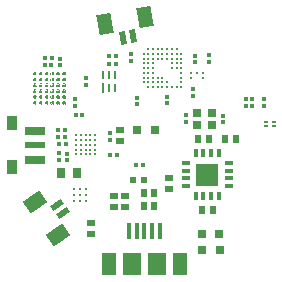
<source format=gtp>
G04 Layer_Color=8421504*
%FSLAX25Y25*%
%MOIN*%
G70*
G01*
G75*
G04:AMPARAMS|DCode=10|XSize=19.69mil|YSize=43.31mil|CornerRadius=0mil|HoleSize=0mil|Usage=FLASHONLY|Rotation=125.000|XOffset=0mil|YOffset=0mil|HoleType=Round|Shape=Rectangle|*
%AMROTATEDRECTD10*
4,1,4,0.02338,0.00436,-0.01209,-0.02048,-0.02338,-0.00436,0.01209,0.02048,0.02338,0.00436,0.0*
%
%ADD10ROTATEDRECTD10*%

G04:AMPARAMS|DCode=11|XSize=47.24mil|YSize=66.93mil|CornerRadius=0mil|HoleSize=0mil|Usage=FLASHONLY|Rotation=125.000|XOffset=0mil|YOffset=0mil|HoleType=Round|Shape=Rectangle|*
%AMROTATEDRECTD11*
4,1,4,0.04096,-0.00016,-0.01386,-0.03855,-0.04096,0.00016,0.01386,0.03855,0.04096,-0.00016,0.0*
%
%ADD11ROTATEDRECTD11*%

%ADD12R,0.01260X0.01260*%
%ADD13R,0.01260X0.01260*%
%ADD14R,0.02520X0.02362*%
%ADD15R,0.02362X0.02520*%
%ADD16R,0.01181X0.01378*%
%ADD17R,0.01378X0.01181*%
%ADD18R,0.03150X0.03150*%
%ADD22C,0.00866*%
G04:AMPARAMS|DCode=23|XSize=9mil|YSize=9mil|CornerRadius=4.5mil|HoleSize=0mil|Usage=FLASHONLY|Rotation=0.000|XOffset=0mil|YOffset=0mil|HoleType=Round|Shape=RoundedRectangle|*
%AMROUNDEDRECTD23*
21,1,0.00900,0.00000,0,0,0.0*
21,1,0.00000,0.00900,0,0,0.0*
1,1,0.00900,0.00000,0.00000*
1,1,0.00900,0.00000,0.00000*
1,1,0.00900,0.00000,0.00000*
1,1,0.00900,0.00000,0.00000*
%
%ADD23ROUNDEDRECTD23*%
%ADD24C,0.01083*%
G04:AMPARAMS|DCode=26|XSize=19.69mil|YSize=43.31mil|CornerRadius=0mil|HoleSize=0mil|Usage=FLASHONLY|Rotation=10.000|XOffset=0mil|YOffset=0mil|HoleType=Round|Shape=Rectangle|*
%AMROTATEDRECTD26*
4,1,4,-0.00593,-0.02303,-0.01345,0.01962,0.00593,0.02303,0.01345,-0.01962,-0.00593,-0.02303,0.0*
%
%ADD26ROTATEDRECTD26*%

G04:AMPARAMS|DCode=27|XSize=47.24mil|YSize=66.93mil|CornerRadius=0mil|HoleSize=0mil|Usage=FLASHONLY|Rotation=10.000|XOffset=0mil|YOffset=0mil|HoleType=Round|Shape=Rectangle|*
%AMROTATEDRECTD27*
4,1,4,-0.01745,-0.03706,-0.02907,0.02885,0.01745,0.03706,0.02907,-0.02885,-0.01745,-0.03706,0.0*
%
%ADD27ROTATEDRECTD27*%

%ADD28C,0.00709*%
%ADD29R,0.02795X0.03622*%
%ADD30R,0.02835X0.01181*%
%ADD31R,0.01181X0.02835*%
%ADD33R,0.02165X0.02362*%
%ADD34R,0.01102X0.02953*%
%ADD35R,0.01102X0.03347*%
%ADD36R,0.07087X0.02362*%
%ADD37R,0.07087X0.02953*%
%ADD38R,0.03543X0.05118*%
%ADD39R,0.04724X0.07480*%
%ADD40R,0.01575X0.05315*%
%ADD41R,0.06299X0.07480*%
%ADD42R,0.02953X0.02559*%
%ADD76C,0.00197*%
%ADD77R,0.01181X0.00984*%
%ADD78R,0.00591X0.00591*%
%ADD79R,0.00591X0.00197*%
%ADD80R,0.00197X0.00591*%
%ADD81R,0.00591X0.00591*%
%ADD82R,0.00197X0.00591*%
%ADD83R,0.00197X0.00591*%
%ADD84R,0.00591X0.00197*%
%ADD85R,0.00591X0.00591*%
%ADD86R,0.00591X0.00197*%
%ADD87R,0.00591X0.00591*%
%ADD88R,0.00591X0.00197*%
%ADD89R,0.00197X0.00591*%
%ADD90R,0.07480X0.07480*%
%ADD91C,0.00000*%
D10*
X-27197Y-22890D02*
D03*
X-29003Y-20310D02*
D03*
D11*
X-36454Y-19279D02*
D03*
X-28776Y-30244D02*
D03*
D12*
X26300Y9502D02*
D03*
Y7298D02*
D03*
X13700Y7498D02*
D03*
Y9702D02*
D03*
X-2600Y15502D02*
D03*
Y13298D02*
D03*
X16300Y16095D02*
D03*
Y18300D02*
D03*
X16800Y27198D02*
D03*
Y29402D02*
D03*
X21500Y27398D02*
D03*
Y29602D02*
D03*
X-28300Y26295D02*
D03*
Y28500D02*
D03*
X-25900Y-5384D02*
D03*
Y-3179D02*
D03*
X7600Y15802D02*
D03*
Y13598D02*
D03*
D13*
X36002Y15019D02*
D03*
X33798D02*
D03*
X36002Y12619D02*
D03*
X33798D02*
D03*
X-20698Y9600D02*
D03*
X-22902D02*
D03*
X-33202Y26300D02*
D03*
X-30998D02*
D03*
X-11702Y26700D02*
D03*
X-9498D02*
D03*
D14*
X-10200Y-17289D02*
D03*
Y-20911D02*
D03*
X-6500Y-17289D02*
D03*
Y-20911D02*
D03*
X-17800Y-26389D02*
D03*
Y-30011D02*
D03*
X-8200Y4711D02*
D03*
Y1089D02*
D03*
X8300Y-14911D02*
D03*
Y-11289D02*
D03*
D15*
X-311Y-16400D02*
D03*
X3311D02*
D03*
X30611Y1600D02*
D03*
X26989D02*
D03*
X17789Y1600D02*
D03*
X21411D02*
D03*
X-311Y-20600D02*
D03*
X3311D02*
D03*
X19289Y-22100D02*
D03*
X22911D02*
D03*
D16*
X-2700Y-6900D02*
D03*
X-338D02*
D03*
X-30900Y28700D02*
D03*
X-33262D02*
D03*
X-9419Y29300D02*
D03*
X-11781D02*
D03*
X-28481Y0D02*
D03*
X-26119D02*
D03*
X-9119Y-3500D02*
D03*
X-11481D02*
D03*
D17*
X-4500Y29981D02*
D03*
Y27619D02*
D03*
X-23100Y12619D02*
D03*
Y14981D02*
D03*
X-11600Y3781D02*
D03*
Y1419D02*
D03*
X-28800Y2319D02*
D03*
Y4681D02*
D03*
X-28400Y-5462D02*
D03*
Y-3100D02*
D03*
X-19500Y22181D02*
D03*
Y19819D02*
D03*
X-26400Y4681D02*
D03*
Y2319D02*
D03*
X39900Y12638D02*
D03*
Y15000D02*
D03*
D18*
X19047Y-30000D02*
D03*
X24953D02*
D03*
X-2353Y4600D02*
D03*
X3553D02*
D03*
X19147Y-35300D02*
D03*
X25053D02*
D03*
D22*
X15600Y22125D02*
D03*
X19537D02*
D03*
X15600Y23700D02*
D03*
X17569D02*
D03*
X19537D02*
D03*
D23*
X-22750Y1275D02*
D03*
Y2850D02*
D03*
X-21175D02*
D03*
Y1275D02*
D03*
X-19600D02*
D03*
X-22750Y-300D02*
D03*
X-19600D02*
D03*
X-22750Y-1875D02*
D03*
Y-3450D02*
D03*
X-21175Y-300D02*
D03*
Y-1875D02*
D03*
X-19600D02*
D03*
X-21175Y-3450D02*
D03*
X-19600D02*
D03*
X-18025Y2850D02*
D03*
X-19600D02*
D03*
X-18025Y-300D02*
D03*
Y1275D02*
D03*
X-16450Y2850D02*
D03*
Y-300D02*
D03*
Y1275D02*
D03*
X-18025Y-1875D02*
D03*
Y-3450D02*
D03*
X-16450Y-1875D02*
D03*
Y-3450D02*
D03*
D24*
X-21600Y-18868D02*
D03*
X-19631D02*
D03*
Y-16900D02*
D03*
X-21600D02*
D03*
X-19631Y-14931D02*
D03*
X-21600D02*
D03*
X-23568Y-18868D02*
D03*
Y-16900D02*
D03*
Y-14931D02*
D03*
D26*
X-7051Y35326D02*
D03*
X-3949Y35873D02*
D03*
D27*
X134Y42190D02*
D03*
X-13048Y39866D02*
D03*
D28*
X10724Y31599D02*
D03*
Y30024D02*
D03*
X9150Y31599D02*
D03*
X12299Y30024D02*
D03*
X10724Y28450D02*
D03*
X7575Y31599D02*
D03*
X9150Y30024D02*
D03*
X6000Y31599D02*
D03*
X7575Y30024D02*
D03*
X6000D02*
D03*
X12299Y28450D02*
D03*
Y26875D02*
D03*
X10724D02*
D03*
X12299Y25300D02*
D03*
X10724D02*
D03*
X7575Y28450D02*
D03*
X9150D02*
D03*
X6000D02*
D03*
X9150Y25300D02*
D03*
Y26875D02*
D03*
X4425Y30024D02*
D03*
Y31599D02*
D03*
X1276D02*
D03*
X2850D02*
D03*
X-299Y30024D02*
D03*
X2850D02*
D03*
X1276D02*
D03*
X2850Y28450D02*
D03*
X4425D02*
D03*
X2850Y26875D02*
D03*
X1276Y25300D02*
D03*
X-299Y28450D02*
D03*
X1276D02*
D03*
X-299Y26875D02*
D03*
X1276D02*
D03*
X-299Y25300D02*
D03*
X12299Y22150D02*
D03*
Y23725D02*
D03*
X6000Y22150D02*
D03*
X4425D02*
D03*
X12299Y20576D02*
D03*
X6000D02*
D03*
X12299Y19001D02*
D03*
X10724D02*
D03*
X7575D02*
D03*
X9150D02*
D03*
X7575Y20576D02*
D03*
X6000Y19001D02*
D03*
X4425D02*
D03*
X2850Y25300D02*
D03*
Y23725D02*
D03*
X1276Y22150D02*
D03*
X2850D02*
D03*
X-299Y23725D02*
D03*
X1276D02*
D03*
X2850Y20576D02*
D03*
X4425D02*
D03*
X-299Y22150D02*
D03*
X1276Y20576D02*
D03*
X-299D02*
D03*
X2850Y19001D02*
D03*
X1276D02*
D03*
D29*
X-22444Y-9800D02*
D03*
X-27956D02*
D03*
D30*
X13715Y-14039D02*
D03*
Y-11479D02*
D03*
Y-8920D02*
D03*
Y-6361D02*
D03*
X28085D02*
D03*
Y-8920D02*
D03*
Y-11479D02*
D03*
Y-14039D02*
D03*
D31*
X17061Y-3015D02*
D03*
X19621D02*
D03*
X22179D02*
D03*
X24739D02*
D03*
Y-17385D02*
D03*
X22179D02*
D03*
X19621D02*
D03*
X17061D02*
D03*
D33*
X-230Y-12100D02*
D03*
X-3970D02*
D03*
D34*
X-9732Y23164D02*
D03*
X-11700D02*
D03*
X-13669D02*
D03*
X-9732Y18636D02*
D03*
X-11700D02*
D03*
D35*
X-13669Y18833D02*
D03*
D36*
X-36457Y-400D02*
D03*
D37*
Y4423D02*
D03*
Y-5223D02*
D03*
D38*
X-44134Y6883D02*
D03*
Y-7683D02*
D03*
D39*
X11811Y-40000D02*
D03*
X-11811Y-40000D02*
D03*
D40*
X-5118Y-28974D02*
D03*
X-2559Y-28974D02*
D03*
X0D02*
D03*
X2559D02*
D03*
X5118D02*
D03*
D41*
X4134Y-40000D02*
D03*
X-4134D02*
D03*
D42*
X22596Y10409D02*
D03*
X17478D02*
D03*
X22596Y6472D02*
D03*
X17478D02*
D03*
D76*
X-26876Y23717D02*
G03*
X-26876Y23717I-98J0D01*
G01*
X-26285Y23126D02*
G03*
X-26285Y23126I-98J0D01*
G01*
X-26876D02*
G03*
X-26876Y23126I-98J0D01*
G01*
X-26285Y23717D02*
G03*
X-26285Y23717I-98J0D01*
G01*
X-26876Y21748D02*
G03*
X-26876Y21748I-98J0D01*
G01*
X-26285Y21158D02*
G03*
X-26285Y21158I-98J0D01*
G01*
X-26876D02*
G03*
X-26876Y21158I-98J0D01*
G01*
X-26285Y21748D02*
G03*
X-26285Y21748I-98J0D01*
G01*
X-26876Y19780D02*
G03*
X-26876Y19780I-98J0D01*
G01*
X-26285Y19189D02*
G03*
X-26285Y19189I-98J0D01*
G01*
X-26876D02*
G03*
X-26876Y19189I-98J0D01*
G01*
X-26285Y19780D02*
G03*
X-26285Y19780I-98J0D01*
G01*
X-26876Y17811D02*
G03*
X-26876Y17811I-98J0D01*
G01*
X-26285Y17221D02*
G03*
X-26285Y17221I-98J0D01*
G01*
X-26876D02*
G03*
X-26876Y17221I-98J0D01*
G01*
X-26285Y17811D02*
G03*
X-26285Y17811I-98J0D01*
G01*
X-26876Y15843D02*
G03*
X-26876Y15843I-98J0D01*
G01*
X-26285Y15252D02*
G03*
X-26285Y15252I-98J0D01*
G01*
X-26876D02*
G03*
X-26876Y15252I-98J0D01*
G01*
X-26285Y15843D02*
G03*
X-26285Y15843I-98J0D01*
G01*
X-26876Y13874D02*
G03*
X-26876Y13874I-98J0D01*
G01*
X-26285Y13284D02*
G03*
X-26285Y13284I-98J0D01*
G01*
X-26876D02*
G03*
X-26876Y13284I-98J0D01*
G01*
X-26285Y13874D02*
G03*
X-26285Y13874I-98J0D01*
G01*
X-28844Y23717D02*
G03*
X-28844Y23717I-98J0D01*
G01*
X-28253Y23126D02*
G03*
X-28253Y23126I-98J0D01*
G01*
X-28844D02*
G03*
X-28844Y23126I-98J0D01*
G01*
X-28253Y23717D02*
G03*
X-28253Y23717I-98J0D01*
G01*
X-28844Y21748D02*
G03*
X-28844Y21748I-98J0D01*
G01*
X-28253Y21158D02*
G03*
X-28253Y21158I-98J0D01*
G01*
X-28844D02*
G03*
X-28844Y21158I-98J0D01*
G01*
X-28253Y21748D02*
G03*
X-28253Y21748I-98J0D01*
G01*
X-28844Y19780D02*
G03*
X-28844Y19780I-98J0D01*
G01*
X-28253Y19189D02*
G03*
X-28253Y19189I-98J0D01*
G01*
X-28844D02*
G03*
X-28844Y19189I-98J0D01*
G01*
X-28253Y19780D02*
G03*
X-28253Y19780I-98J0D01*
G01*
X-28844Y17811D02*
G03*
X-28844Y17811I-98J0D01*
G01*
X-28253Y17221D02*
G03*
X-28253Y17221I-98J0D01*
G01*
X-28844D02*
G03*
X-28844Y17221I-98J0D01*
G01*
X-28253Y17811D02*
G03*
X-28253Y17811I-98J0D01*
G01*
X-28844Y15843D02*
G03*
X-28844Y15843I-98J0D01*
G01*
X-28253Y15252D02*
G03*
X-28253Y15252I-98J0D01*
G01*
X-28844D02*
G03*
X-28844Y15252I-98J0D01*
G01*
X-28253Y15843D02*
G03*
X-28253Y15843I-98J0D01*
G01*
X-28844Y13874D02*
G03*
X-28844Y13874I-98J0D01*
G01*
X-28253Y13284D02*
G03*
X-28253Y13284I-98J0D01*
G01*
X-28844D02*
G03*
X-28844Y13284I-98J0D01*
G01*
X-28253Y13874D02*
G03*
X-28253Y13874I-98J0D01*
G01*
X-30813Y23717D02*
G03*
X-30813Y23717I-98J0D01*
G01*
X-30222Y23126D02*
G03*
X-30222Y23126I-98J0D01*
G01*
X-30813D02*
G03*
X-30813Y23126I-98J0D01*
G01*
X-30222Y23717D02*
G03*
X-30222Y23717I-98J0D01*
G01*
X-30813Y21748D02*
G03*
X-30813Y21748I-98J0D01*
G01*
X-30222Y21158D02*
G03*
X-30222Y21158I-98J0D01*
G01*
X-30813D02*
G03*
X-30813Y21158I-98J0D01*
G01*
X-30222Y21748D02*
G03*
X-30222Y21748I-98J0D01*
G01*
X-30813Y19780D02*
G03*
X-30813Y19780I-98J0D01*
G01*
X-30222Y19189D02*
G03*
X-30222Y19189I-98J0D01*
G01*
X-30813D02*
G03*
X-30813Y19189I-98J0D01*
G01*
X-30222Y19780D02*
G03*
X-30222Y19780I-98J0D01*
G01*
X-30813Y17811D02*
G03*
X-30813Y17811I-98J0D01*
G01*
X-30222Y17221D02*
G03*
X-30222Y17221I-98J0D01*
G01*
X-30813D02*
G03*
X-30813Y17221I-98J0D01*
G01*
X-30222Y17811D02*
G03*
X-30222Y17811I-98J0D01*
G01*
X-30813Y15843D02*
G03*
X-30813Y15843I-98J0D01*
G01*
X-30222Y15252D02*
G03*
X-30222Y15252I-98J0D01*
G01*
X-30813D02*
G03*
X-30813Y15252I-98J0D01*
G01*
X-30222Y15843D02*
G03*
X-30222Y15843I-98J0D01*
G01*
X-30813Y13874D02*
G03*
X-30813Y13874I-98J0D01*
G01*
X-30222Y13284D02*
G03*
X-30222Y13284I-98J0D01*
G01*
X-30813D02*
G03*
X-30813Y13284I-98J0D01*
G01*
X-30222Y13874D02*
G03*
X-30222Y13874I-98J0D01*
G01*
X-32781Y23717D02*
G03*
X-32781Y23717I-98J0D01*
G01*
X-32191Y23126D02*
G03*
X-32191Y23126I-98J0D01*
G01*
X-32781D02*
G03*
X-32781Y23126I-98J0D01*
G01*
X-32191Y23717D02*
G03*
X-32191Y23717I-98J0D01*
G01*
X-32781Y21748D02*
G03*
X-32781Y21748I-98J0D01*
G01*
X-32191Y21158D02*
G03*
X-32191Y21158I-98J0D01*
G01*
X-32781D02*
G03*
X-32781Y21158I-98J0D01*
G01*
X-32191Y21748D02*
G03*
X-32191Y21748I-98J0D01*
G01*
X-32781Y19780D02*
G03*
X-32781Y19780I-98J0D01*
G01*
X-32191Y19189D02*
G03*
X-32191Y19189I-98J0D01*
G01*
X-32781D02*
G03*
X-32781Y19189I-98J0D01*
G01*
X-32191Y19780D02*
G03*
X-32191Y19780I-98J0D01*
G01*
X-32781Y17811D02*
G03*
X-32781Y17811I-98J0D01*
G01*
X-32191Y17221D02*
G03*
X-32191Y17221I-98J0D01*
G01*
X-32781D02*
G03*
X-32781Y17221I-98J0D01*
G01*
X-32191Y17811D02*
G03*
X-32191Y17811I-98J0D01*
G01*
X-32781Y15843D02*
G03*
X-32781Y15843I-98J0D01*
G01*
X-32191Y15252D02*
G03*
X-32191Y15252I-98J0D01*
G01*
X-32781D02*
G03*
X-32781Y15252I-98J0D01*
G01*
X-32191Y15843D02*
G03*
X-32191Y15843I-98J0D01*
G01*
X-32781Y13874D02*
G03*
X-32781Y13874I-98J0D01*
G01*
X-32191Y13284D02*
G03*
X-32191Y13284I-98J0D01*
G01*
X-32781D02*
G03*
X-32781Y13284I-98J0D01*
G01*
X-32191Y13874D02*
G03*
X-32191Y13874I-98J0D01*
G01*
X-34750Y23717D02*
G03*
X-34750Y23717I-98J0D01*
G01*
X-34159Y23126D02*
G03*
X-34159Y23126I-98J0D01*
G01*
X-34750D02*
G03*
X-34750Y23126I-98J0D01*
G01*
X-34159Y23717D02*
G03*
X-34159Y23717I-98J0D01*
G01*
X-34750Y21748D02*
G03*
X-34750Y21748I-98J0D01*
G01*
X-34159Y21158D02*
G03*
X-34159Y21158I-98J0D01*
G01*
X-34750D02*
G03*
X-34750Y21158I-98J0D01*
G01*
X-34159Y21748D02*
G03*
X-34159Y21748I-98J0D01*
G01*
X-34750Y19780D02*
G03*
X-34750Y19780I-98J0D01*
G01*
X-34159Y19189D02*
G03*
X-34159Y19189I-98J0D01*
G01*
X-34750D02*
G03*
X-34750Y19189I-98J0D01*
G01*
X-34159Y19780D02*
G03*
X-34159Y19780I-98J0D01*
G01*
X-34750Y17811D02*
G03*
X-34750Y17811I-98J0D01*
G01*
X-34159Y17221D02*
G03*
X-34159Y17221I-98J0D01*
G01*
X-34750D02*
G03*
X-34750Y17221I-98J0D01*
G01*
X-34159Y17811D02*
G03*
X-34159Y17811I-98J0D01*
G01*
X-34750Y15843D02*
G03*
X-34750Y15843I-98J0D01*
G01*
X-34159Y15252D02*
G03*
X-34159Y15252I-98J0D01*
G01*
X-34750D02*
G03*
X-34750Y15252I-98J0D01*
G01*
X-34159Y15843D02*
G03*
X-34159Y15843I-98J0D01*
G01*
X-34750Y13874D02*
G03*
X-34750Y13874I-98J0D01*
G01*
X-34159Y13284D02*
G03*
X-34159Y13284I-98J0D01*
G01*
X-34750D02*
G03*
X-34750Y13284I-98J0D01*
G01*
X-34159Y13874D02*
G03*
X-34159Y13874I-98J0D01*
G01*
X-36718Y23717D02*
G03*
X-36718Y23717I-98J0D01*
G01*
X-36128Y23126D02*
G03*
X-36128Y23126I-98J0D01*
G01*
X-36718D02*
G03*
X-36718Y23126I-98J0D01*
G01*
X-36128Y23717D02*
G03*
X-36128Y23717I-98J0D01*
G01*
X-36718Y21748D02*
G03*
X-36718Y21748I-98J0D01*
G01*
X-36128Y21158D02*
G03*
X-36128Y21158I-98J0D01*
G01*
X-36718D02*
G03*
X-36718Y21158I-98J0D01*
G01*
X-36128Y21748D02*
G03*
X-36128Y21748I-98J0D01*
G01*
X-36718Y19780D02*
G03*
X-36718Y19780I-98J0D01*
G01*
X-36128Y19189D02*
G03*
X-36128Y19189I-98J0D01*
G01*
X-36718D02*
G03*
X-36718Y19189I-98J0D01*
G01*
X-36128Y19780D02*
G03*
X-36128Y19780I-98J0D01*
G01*
X-36718Y17811D02*
G03*
X-36718Y17811I-98J0D01*
G01*
X-36128Y17221D02*
G03*
X-36128Y17221I-98J0D01*
G01*
X-36718D02*
G03*
X-36718Y17221I-98J0D01*
G01*
X-36128Y17811D02*
G03*
X-36128Y17811I-98J0D01*
G01*
X-36718Y15843D02*
G03*
X-36718Y15843I-98J0D01*
G01*
X-36128Y15252D02*
G03*
X-36128Y15252I-98J0D01*
G01*
X-36718D02*
G03*
X-36718Y15252I-98J0D01*
G01*
X-36128Y15843D02*
G03*
X-36128Y15843I-98J0D01*
G01*
X-36718Y13874D02*
G03*
X-36718Y13874I-98J0D01*
G01*
X-36128Y13284D02*
G03*
X-36128Y13284I-98J0D01*
G01*
X-36718D02*
G03*
X-36718Y13284I-98J0D01*
G01*
X-36128Y13874D02*
G03*
X-36128Y13874I-98J0D01*
G01*
D77*
X43040Y6075D02*
D03*
X43040Y7452D02*
D03*
X40679Y7452D02*
D03*
X40678Y6074D02*
D03*
D78*
X-26678Y23421D02*
D03*
Y13579D02*
D03*
X-36521Y23421D02*
D03*
Y13579D02*
D03*
D79*
X-26679Y23815D02*
D03*
X-26679Y23027D02*
D03*
Y21846D02*
D03*
Y21059D02*
D03*
Y19878D02*
D03*
Y19090D02*
D03*
X-26679Y17910D02*
D03*
Y17122D02*
D03*
Y15941D02*
D03*
Y15154D02*
D03*
Y13973D02*
D03*
D80*
X-26285Y23421D02*
D03*
X-27073Y23421D02*
D03*
X-26285Y21453D02*
D03*
Y19484D02*
D03*
X-26285Y17516D02*
D03*
Y15547D02*
D03*
X-26285Y13579D02*
D03*
X-27073Y13579D02*
D03*
X-28254Y23421D02*
D03*
X-29041D02*
D03*
X-28254Y21453D02*
D03*
Y19484D02*
D03*
X-28254Y17516D02*
D03*
Y15547D02*
D03*
X-28254Y13579D02*
D03*
X-29041D02*
D03*
X-30222Y23421D02*
D03*
X-31010D02*
D03*
X-30222Y21453D02*
D03*
Y19484D02*
D03*
X-30222Y17516D02*
D03*
Y15547D02*
D03*
X-30222Y13579D02*
D03*
X-31010D02*
D03*
X-32190Y23421D02*
D03*
X-32978D02*
D03*
X-32190Y21452D02*
D03*
X-32978D02*
D03*
X-32190Y19484D02*
D03*
X-32978D02*
D03*
X-32190Y17516D02*
D03*
Y15547D02*
D03*
X-32190Y13579D02*
D03*
X-32978D02*
D03*
X-34159Y23421D02*
D03*
X-34946D02*
D03*
X-34159Y21452D02*
D03*
X-34946D02*
D03*
X-34159Y19484D02*
D03*
X-34946D02*
D03*
X-34159Y17516D02*
D03*
Y15547D02*
D03*
X-34159Y13579D02*
D03*
X-34946D02*
D03*
X-36127Y23421D02*
D03*
X-36915Y23421D02*
D03*
X-36127Y21452D02*
D03*
Y19484D02*
D03*
X-36127Y17516D02*
D03*
Y15547D02*
D03*
X-36127Y13579D02*
D03*
X-36915D02*
D03*
D81*
X-26679Y21452D02*
D03*
Y19484D02*
D03*
X-26679Y17516D02*
D03*
Y15548D02*
D03*
X-36521Y21452D02*
D03*
Y19484D02*
D03*
X-36521Y17516D02*
D03*
Y15548D02*
D03*
D82*
X-27073Y21453D02*
D03*
Y19484D02*
D03*
X-29041Y21453D02*
D03*
Y19484D02*
D03*
X-31010Y21453D02*
D03*
Y19484D02*
D03*
X-36915Y21452D02*
D03*
Y19484D02*
D03*
D83*
X-27073Y17516D02*
D03*
Y15547D02*
D03*
X-29041Y17516D02*
D03*
Y15547D02*
D03*
X-31010Y17516D02*
D03*
Y15547D02*
D03*
X-36915Y17516D02*
D03*
Y15547D02*
D03*
D84*
X-26684Y13186D02*
D03*
D85*
X-28648Y23421D02*
D03*
X-28648Y13579D02*
D03*
X-30616Y23421D02*
D03*
X-30616Y13579D02*
D03*
X-32584Y23421D02*
D03*
Y13579D02*
D03*
X-34552Y23421D02*
D03*
Y13579D02*
D03*
D86*
X-28647Y23815D02*
D03*
Y23027D02*
D03*
Y21846D02*
D03*
Y21059D02*
D03*
Y19878D02*
D03*
Y19090D02*
D03*
X-28647Y17910D02*
D03*
Y17122D02*
D03*
Y15941D02*
D03*
Y15154D02*
D03*
Y13973D02*
D03*
X-30616Y23815D02*
D03*
Y23027D02*
D03*
Y21846D02*
D03*
Y21059D02*
D03*
Y19878D02*
D03*
Y19090D02*
D03*
X-30616Y17910D02*
D03*
Y17122D02*
D03*
Y15941D02*
D03*
Y15154D02*
D03*
Y13973D02*
D03*
X-32584Y23815D02*
D03*
Y23027D02*
D03*
Y21846D02*
D03*
Y21059D02*
D03*
Y19878D02*
D03*
Y19090D02*
D03*
X-32584Y17910D02*
D03*
Y17122D02*
D03*
Y15941D02*
D03*
Y15154D02*
D03*
Y13973D02*
D03*
X-34553Y23815D02*
D03*
Y23027D02*
D03*
Y21846D02*
D03*
Y21059D02*
D03*
Y19878D02*
D03*
Y19090D02*
D03*
X-34553Y17910D02*
D03*
Y17122D02*
D03*
Y15941D02*
D03*
Y15154D02*
D03*
Y13973D02*
D03*
X-36521Y23815D02*
D03*
Y23027D02*
D03*
Y21846D02*
D03*
Y21059D02*
D03*
Y19878D02*
D03*
Y19090D02*
D03*
X-36521Y17910D02*
D03*
Y17122D02*
D03*
Y15941D02*
D03*
Y15154D02*
D03*
Y13973D02*
D03*
D87*
X-28647Y21453D02*
D03*
Y19484D02*
D03*
X-28647Y17516D02*
D03*
Y15547D02*
D03*
X-30616Y21453D02*
D03*
Y19484D02*
D03*
X-30616Y17516D02*
D03*
Y15547D02*
D03*
X-32584Y21452D02*
D03*
Y19484D02*
D03*
X-32584Y17516D02*
D03*
Y15547D02*
D03*
X-34553Y21452D02*
D03*
Y19484D02*
D03*
X-34553Y17516D02*
D03*
Y15547D02*
D03*
D88*
X-28648Y13185D02*
D03*
X-30616D02*
D03*
X-32584Y13185D02*
D03*
X-34552D02*
D03*
X-36521D02*
D03*
D89*
X-32978Y17516D02*
D03*
Y15547D02*
D03*
X-34946Y17516D02*
D03*
Y15547D02*
D03*
D90*
X20900Y-10200D02*
D03*
D91*
X-26679Y23421D02*
D03*
Y21453D02*
D03*
Y19484D02*
D03*
Y17516D02*
D03*
Y15547D02*
D03*
Y13579D02*
D03*
X-28647Y23421D02*
D03*
Y21453D02*
D03*
Y19484D02*
D03*
Y17516D02*
D03*
Y15547D02*
D03*
Y13579D02*
D03*
X-30616Y23421D02*
D03*
Y21453D02*
D03*
Y19484D02*
D03*
Y17516D02*
D03*
Y15547D02*
D03*
Y13579D02*
D03*
X-32584Y23421D02*
D03*
Y21453D02*
D03*
Y19484D02*
D03*
Y17516D02*
D03*
Y15547D02*
D03*
Y13579D02*
D03*
X-34553Y23421D02*
D03*
Y21453D02*
D03*
Y19484D02*
D03*
Y17516D02*
D03*
Y15547D02*
D03*
Y13579D02*
D03*
X-36521Y23421D02*
D03*
Y21453D02*
D03*
Y19484D02*
D03*
Y17516D02*
D03*
Y15547D02*
D03*
Y13579D02*
D03*
M02*

</source>
